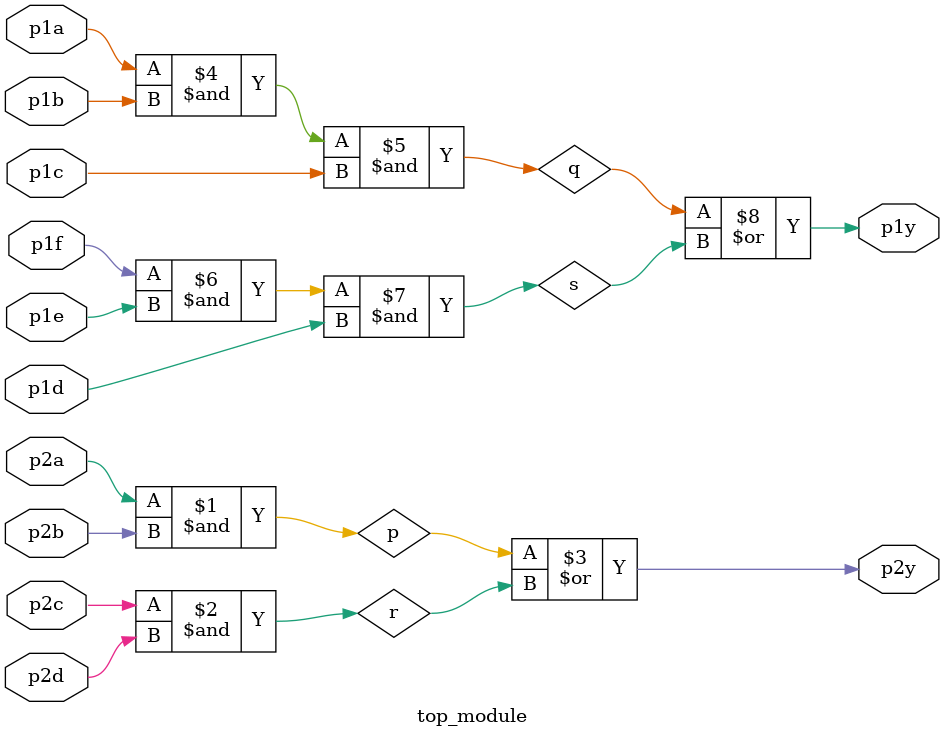
<source format=v>
module top_module ( 
	    input p1a, p1b, p1c, p1d, p1e, p1f,
	        output p1y,
		    input p2a, p2b, p2c, p2d,
		        output p2y );
		    wire p,q,r,s;
		        assign p = p2a & p2b;
			    assign r = p2c & p2d;
			        assign p2y = p|r;
				    assign q = p1a & p1b & p1c;
				        assign s = p1f & p1e & p1d;
					    assign p1y = q|s;


					    endmodule

</source>
